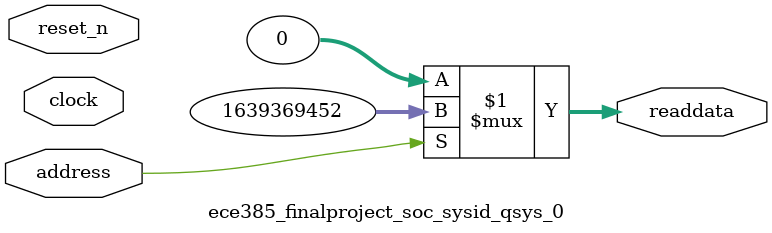
<source format=v>



// synthesis translate_off
`timescale 1ns / 1ps
// synthesis translate_on

// turn off superfluous verilog processor warnings 
// altera message_level Level1 
// altera message_off 10034 10035 10036 10037 10230 10240 10030 

module ece385_finalproject_soc_sysid_qsys_0 (
               // inputs:
                address,
                clock,
                reset_n,

               // outputs:
                readdata
             )
;

  output  [ 31: 0] readdata;
  input            address;
  input            clock;
  input            reset_n;

  wire    [ 31: 0] readdata;
  //control_slave, which is an e_avalon_slave
  assign readdata = address ? 1639369452 : 0;

endmodule



</source>
